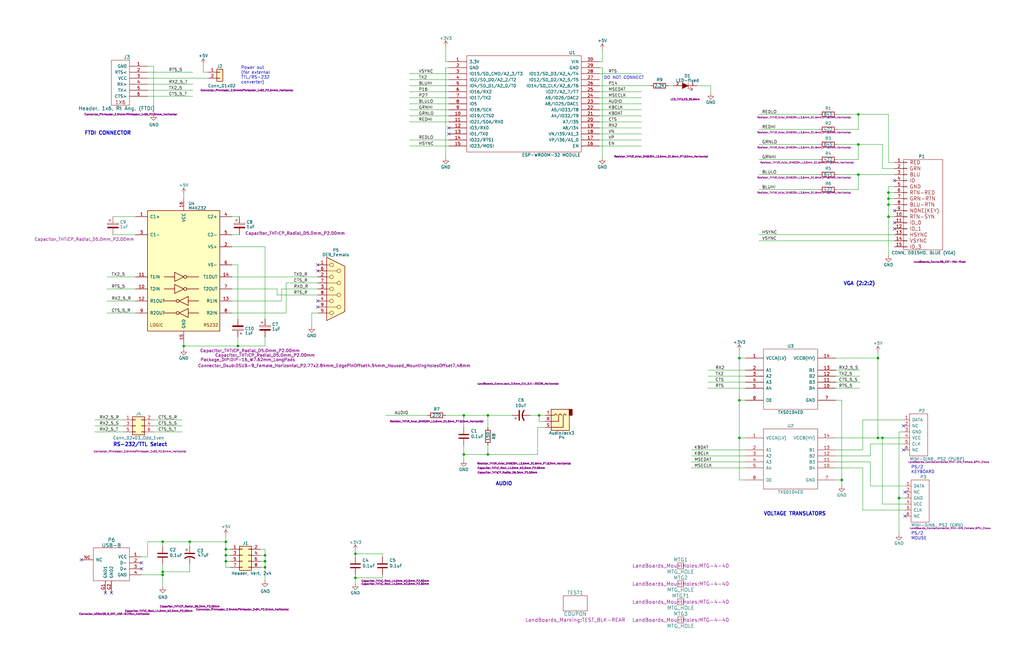
<source format=kicad_sch>
(kicad_sch (version 20230121) (generator eeschema)
  (paper "B")
  (title_block (title "ESP32-TERM") (date "2024-08-13") (rev "1") (company "land-boards.com"))
  (lib_symbols
    (symbol "Connector:DE9_Receptacle" (pin_names (offset 1.016) hide)
      (property "Reference" "J" (at 0 13.97 0))
      (property "Value" "DE9_Receptacle" (at 0 -14.605 0))
      (symbol "DE9_Receptacle_1_1"
        (pin passive line (at -7.62 10.16 0) (length 3.81) (name "1") (number "1"))
        (pin passive line (at -7.62 5.08 0) (length 3.81) (name "2") (number "2"))
        (pin passive line (at -7.62 0 0) (length 3.81) (name "3") (number "3"))
        (pin passive line (at -7.62 -5.08 0) (length 3.81) (name "4") (number "4"))
        (pin passive line (at -7.62 -10.16 0) (length 3.81) (name "5") (number "5"))
        (pin passive line (at -7.62 7.62 0) (length 3.81) (name "6") (number "6"))
        (pin passive line (at -7.62 2.54 0) (length 3.81) (name "7") (number "7"))
        (pin passive line (at -7.62 -2.54 0) (length 3.81) (name "8") (number "8"))
        (pin passive line (at -7.62 -7.62 0) (length 3.81) (name "9") (number "9"))
      )
    )
    (symbol "Connector_Audio:AudioJack3"
      (property "Reference" "J" (at 0 8.89 0))
      (property "Value" "AudioJack3" (at 0 6.35 0))
      (symbol "AudioJack3_1_1"
        (pin passive line (at 5.08 0 180) (length 2.54) (name "~") (number "R"))
        (pin passive line (at 5.08 2.54 180) (length 2.54) (name "~") (number "S"))
        (pin passive line (at 5.08 -2.54 180) (length 2.54) (name "~") (number "T"))
      )
    )
    (symbol "Connector_Generic:Conn_01x02" (pin_names (offset 1.016) hide)
      (property "Reference" "J" (at 0 2.54 0))
      (property "Value" "Conn_01x02" (at 0 -5.08 0))
      (symbol "Conn_01x02_1_1"
        (pin passive line (at -5.08 0 0) (length 3.81) (name "Pin_1") (number "1"))
        (pin passive line (at -5.08 -2.54 0) (length 3.81) (name "Pin_2") (number "2"))
      )
    )
    (symbol "Connector_Generic:Conn_02x03_Odd_Even" (pin_names (offset 1.016) hide)
      (property "Reference" "J" (at 1.27 5.08 0))
      (property "Value" "Conn_02x03_Odd_Even" (at 1.27 -5.08 0))
      (symbol "Conn_02x03_Odd_Even_1_1"
        (pin passive line (at -5.08 2.54 0) (length 3.81) (name "Pin_1") (number "1"))
        (pin passive line (at 7.62 2.54 180) (length 3.81) (name "Pin_2") (number "2"))
        (pin passive line (at -5.08 0 0) (length 3.81) (name "Pin_3") (number "3"))
        (pin passive line (at 7.62 0 180) (length 3.81) (name "Pin_4") (number "4"))
        (pin passive line (at -5.08 -2.54 0) (length 3.81) (name "Pin_5") (number "5"))
        (pin passive line (at 7.62 -2.54 180) (length 3.81) (name "Pin_6") (number "6"))
      )
    )
    (symbol "Connector_Generic:Conn_02x04_Odd_Even" (pin_names (offset 1.016) hide)
      (property "Reference" "J" (at 1.27 5.08 0))
      (property "Value" "Conn_02x04_Odd_Even" (at 1.27 -7.62 0))
      (symbol "Conn_02x04_Odd_Even_1_1"
        (pin passive line (at -5.08 2.54 0) (length 3.81) (name "Pin_1") (number "1"))
        (pin passive line (at 7.62 2.54 180) (length 3.81) (name "Pin_2") (number "2"))
        (pin passive line (at -5.08 0 0) (length 3.81) (name "Pin_3") (number "3"))
        (pin passive line (at 7.62 0 180) (length 3.81) (name "Pin_4") (number "4"))
        (pin passive line (at -5.08 -2.54 0) (length 3.81) (name "Pin_5") (number "5"))
        (pin passive line (at 7.62 -2.54 180) (length 3.81) (name "Pin_6") (number "6"))
        (pin passive line (at -5.08 -5.08 0) (length 3.81) (name "Pin_7") (number "7"))
        (pin passive line (at 7.62 -5.08 180) (length 3.81) (name "Pin_8") (number "8"))
      )
    )
    (symbol "Device:C" (pin_numbers hide) (pin_names (offset 0.254))
      (property "Reference" "C" (at 0.635 2.54 0))
      (property "Value" "C" (at 0.635 -2.54 0))
      (symbol "C_1_1"
        (pin passive line (at 0 3.81 270) (length 2.794) (name "~") (number "1"))
        (pin passive line (at 0 -3.81 90) (length 2.794) (name "~") (number "2"))
      )
    )
    (symbol "Device:CP1" (pin_numbers hide) (pin_names (offset 0.254) hide)
      (property "Reference" "C" (at 0.635 2.54 0))
      (property "Value" "Device_CP1" (at 0.635 -2.54 0))
      (symbol "CP1_1_1"
        (pin passive line (at 0 3.81 270) (length 2.794) (name "~") (number "1"))
        (pin passive line (at 0 -3.81 90) (length 3.302) (name "~") (number "2"))
      )
    )
    (symbol "Device:C_Polarized" (pin_numbers hide) (pin_names (offset 0.254))
      (property "Reference" "C" (at 0.635 2.54 0))
      (property "Value" "C_Polarized" (at 0.635 -2.54 0))
      (symbol "C_Polarized_1_1"
        (pin passive line (at 0 3.81 270) (length 2.794) (name "~") (number "1"))
        (pin passive line (at 0 -3.81 90) (length 2.794) (name "~") (number "2"))
      )
    )
    (symbol "Device:R" (pin_numbers hide) (pin_names (offset 0))
      (property "Reference" "R" (at 2.032 0 90))
      (property "Value" "R" (at 0 0 90))
      (symbol "R_1_1"
        (pin passive line (at 0 3.81 270) (length 1.27) (name "~") (number "1"))
        (pin passive line (at 0 -3.81 90) (length 1.27) (name "~") (number "2"))
      )
    )
    (symbol "ESP32-VGA-rescue:ESP32-ESP32-LandBoards_Semis" (pin_names (offset 1.016))
      (property "Reference" "U" (at 0 24.13 0))
      (property "Value" "ESP32-ESP32-LandBoards_Semis" (at 7.62 -24.13 0))
      (symbol "ESP32-ESP32-LandBoards_Semis_1_1"
        (pin power_in line (at 31.75 17.78 180) (length 7.62) (name "3.3V") (number "1"))
        (pin bidirectional line (at 31.75 -5.08 180) (length 7.62) (name "IO19/CTS0") (number "10"))
        (pin bidirectional line (at 31.75 -7.62 180) (length 7.62) (name "IO21/SDA/RX0") (number "11"))
        (pin input line (at 31.75 -10.16 180) (length 7.62) (name "IO3/RX0") (number "12"))
        (pin bidirectional line (at 31.75 -12.7 180) (length 7.62) (name "IO1/TX0") (number "13"))
        (pin input line (at 31.75 -15.24 180) (length 7.62) (name "IO22/RTS1") (number "14"))
        (pin bidirectional line (at 31.75 -17.78 180) (length 7.62) (name "IO23/MOSI") (number "15"))
        (pin input line (at -31.75 -17.78 0) (length 7.62) (name "EN") (number "16"))
        (pin input line (at -31.75 -15.24 0) (length 7.62) (name "VP/I36/A1_0") (number "17"))
        (pin input line (at -31.75 -12.7 0) (length 7.62) (name "VN/I39/A1_3") (number "18"))
        (pin input line (at -31.75 -10.16 0) (length 7.62) (name "A6/I34") (number "19"))
        (pin power_in line (at 31.75 15.24 180) (length 7.62) (name "GND") (number "2"))
        (pin input line (at -31.75 -7.62 0) (length 7.62) (name "A7/I35") (number "20"))
        (pin input line (at -31.75 -5.08 0) (length 7.62) (name "A4/IO32/T9") (number "21"))
        (pin input line (at -31.75 -2.54 0) (length 7.62) (name "A5/IO33/T8") (number "22"))
        (pin input line (at -31.75 0 0) (length 7.62) (name "A8/IO25/DAC1") (number "23"))
        (pin input line (at -31.75 2.54 0) (length 7.62) (name "A9/I026/DAC2") (number "24"))
        (pin bidirectional line (at -31.75 5.08 0) (length 7.62) (name "IO27/A2_7/T7") (number "25"))
        (pin bidirectional line (at -31.75 7.62 0) (length 7.62) (name "IO14/SD_CLK/A2_6/T6") (number "26"))
        (pin bidirectional line (at -31.75 10.16 0) (length 7.62) (name "IO12/SD_D2/A2_5/T5") (number "27"))
        (pin bidirectional line (at -31.75 12.7 0) (length 7.62) (name "IO13/SD_D3/A2_4/T4") (number "28"))
        (pin power_in line (at -31.75 15.24 0) (length 7.62) (name "GND") (number "29"))
        (pin bidirectional line (at 31.75 12.7 180) (length 7.62) (name "IO15/SD_CMD/A2_3/T3") (number "3"))
        (pin power_in line (at -31.75 17.78 0) (length 7.62) (name "VIN") (number "30"))
        (pin bidirectional line (at 31.75 10.16 180) (length 7.62) (name "IO2/SD_D0/A2_2/T2") (number "4"))
        (pin bidirectional line (at 31.75 7.62 180) (length 7.62) (name "IO4/SD_D1/A2_0/T0") (number "5"))
        (pin input line (at 31.75 5.08 180) (length 7.62) (name "IO16/RX2") (number "6"))
        (pin output line (at 31.75 2.54 180) (length 7.62) (name "IO17/TX2") (number "7"))
        (pin bidirectional line (at 31.75 0 180) (length 7.62) (name "IO5") (number "8"))
        (pin bidirectional line (at 31.75 -2.54 180) (length 7.62) (name "IO18/SCK") (number "9"))
      )
    )
    (symbol "Interface_UART:MAX232" (pin_names (offset 1.016))
      (property "Reference" "U" (at -2.54 28.575 0))
      (property "Value" "MAX232" (at -2.54 26.67 0))
      (symbol "MAX232_0_0"
        (text "LOGIC" (at -11.43 -22.86 0) (effects (font (size 1.27 1.27))))
        (text "RS232" (at 11.43 -22.86 0) (effects (font (size 1.27 1.27))))
      )
      (symbol "MAX232_1_1"
        (pin passive line (at -20.32 22.86 0) (length 5.08) (name "C1+") (number "1"))
        (pin input line (at -20.32 -7.62 0) (length 5.08) (name "T2IN") (number "10"))
        (pin input line (at -20.32 -2.54 0) (length 5.08) (name "T1IN") (number "11"))
        (pin output line (at -20.32 -12.7 0) (length 5.08) (name "R1OUT") (number "12"))
        (pin input line (at 20.32 -12.7 180) (length 5.08) (name "R1IN") (number "13"))
        (pin output line (at 20.32 -2.54 180) (length 5.08) (name "T1OUT") (number "14"))
        (pin power_in line (at 0 -30.48 90) (length 5.08) (name "GND") (number "15"))
        (pin power_in line (at 0 30.48 270) (length 5.08) (name "VCC") (number "16"))
        (pin power_out line (at 20.32 10.16 180) (length 5.08) (name "VS+") (number "2"))
        (pin passive line (at -20.32 15.24 0) (length 5.08) (name "C1-") (number "3"))
        (pin passive line (at 20.32 22.86 180) (length 5.08) (name "C2+") (number "4"))
        (pin passive line (at 20.32 15.24 180) (length 5.08) (name "C2-") (number "5"))
        (pin power_out line (at 20.32 2.54 180) (length 5.08) (name "VS-") (number "6"))
        (pin output line (at 20.32 -7.62 180) (length 5.08) (name "T2OUT") (number "7"))
        (pin input line (at 20.32 -17.78 180) (length 5.08) (name "R2IN") (number "8"))
        (pin output line (at -20.32 -17.78 0) (length 5.08) (name "R2OUT") (number "9"))
      )
    )
    (symbol "LandBoards:COUPON" (pin_names (offset 1.016))
      (property "Reference" "COUP?" (at 0 0 0))
      (property "Value" "COUPON" (at 0 0 0))
    )
    (symbol "LandBoards:MTG_HOLE" (pin_names (offset 1.016))
      (property "Reference" "MTG?" (at 0 2.54 0))
      (property "Value" "MTG_HOLE" (at 0 -2.54 0))
    )
    (symbol "LandBoards_Cards:FTDI-Slave" (pin_names (offset 1.016))
      (property "Reference" "BRD" (at 0 10.16 0))
      (property "Value" "FTDI-Slave" (at 0 -11.43 0))
      (symbol "FTDI-Slave_0_0"
        (text "1X6" (at 0 -8.89 0) (effects (font (size 1.524 1.524))))
      )
      (symbol "FTDI-Slave_1_1"
        (pin power_out line (at -11.43 6.35 0) (length 7.62) (name "GND") (number "1"))
        (pin input line (at -11.43 3.81 0) (length 7.62) (name "RTS<") (number "2"))
        (pin power_out line (at -11.43 1.27 0) (length 7.62) (name "VCC") (number "3"))
        (pin output line (at -11.43 -1.27 0) (length 7.62) (name "RX>") (number "4"))
        (pin input line (at -11.43 -3.81 0) (length 7.62) (name "TX<") (number "5"))
        (pin output line (at -11.43 -6.35 0) (length 7.62) (name "CTS>") (number "6"))
      )
    )
    (symbol "LandBoards_Conns:PS2_DIN6" (pin_names (offset 1.016))
      (property "Reference" "J" (at -1.27 10.16 0))
      (property "Value" "PS2_DIN6" (at -1.27 -10.16 0))
      (symbol "PS2_DIN6_1_1"
        (pin input line (at -6.35 6.35 0) (length 2.54) (name "DATA") (number "1"))
        (pin input line (at -6.35 3.81 0) (length 2.54) (name "NC") (number "2"))
        (pin input line (at -6.35 1.27 0) (length 2.54) (name "GND") (number "3"))
        (pin input line (at -6.35 -1.27 0) (length 2.54) (name "VCC") (number "4"))
        (pin input line (at -6.35 -3.81 0) (length 2.54) (name "CLK") (number "5"))
        (pin input line (at -6.35 -6.35 0) (length 2.54) (name "NC") (number "6"))
      )
    )
    (symbol "LandBoards_Conns:USB-B" (pin_names (offset 1.016))
      (property "Reference" "J" (at 2.54 19.05 0))
      (property "Value" "USB-B" (at 5.08 2.54 0))
      (symbol "USB-B_1_1"
        (pin power_out line (at 11.43 13.97 180) (length 5.08) (name "VCC") (number "1"))
        (pin bidirectional line (at 11.43 11.43 180) (length 5.08) (name "D-") (number "2"))
        (pin bidirectional line (at 11.43 8.89 180) (length 5.08) (name "D+") (number "3"))
        (pin power_out line (at 11.43 6.35 180) (length 5.08) (name "GND") (number "4"))
        (pin passive line (at -3.81 -1.27 90) (length 5.08) (name "GND1") (number "G1"))
        (pin passive line (at -1.27 -1.27 90) (length 5.08) (name "GND2") (number "G2"))
        (pin power_in line (at -13.97 12.7 0) (length 5.08) (name "NC") (number "NC"))
      )
    )
    (symbol "LandBoards_Conns:VGA" (pin_names (offset 1.016) hide)
      (property "Reference" "P" (at -6.35 20.32 0))
      (property "Value" "VGA" (at -1.27 -20.32 0))
      (symbol "VGA_0_0"
        (text "BLU" (at -5.08 12.7 0) (effects (font (size 1.524 1.524)) (justify left)))
        (text "BLU-RTN" (at -5.08 0 0) (effects (font (size 1.524 1.524)) (justify left)))
        (text "GND" (at -5.08 7.62 0) (effects (font (size 1.524 1.524)) (justify left)))
        (text "GRN" (at -5.08 15.24 0) (effects (font (size 1.524 1.524)) (justify left)))
        (text "GRN-RTN" (at -5.08 2.54 0) (effects (font (size 1.524 1.524)) (justify left)))
        (text "HSYNC" (at -5.08 -12.7 0) (effects (font (size 1.524 1.524)) (justify left)))
        (text "ID" (at -5.08 10.16 0) (effects (font (size 1.524 1.524)) (justify left)))
        (text "ID_0" (at -5.08 -7.62 0) (effects (font (size 1.524 1.524)) (justify left)))
        (text "ID_1" (at -5.08 -10.16 0) (effects (font (size 1.524 1.524)) (justify left)))
        (text "ID_3" (at -5.08 -17.78 0) (effects (font (size 1.524 1.524)) (justify left)))
        (text "NONE(KEY)" (at -5.08 -2.54 0) (effects (font (size 1.524 1.524)) (justify left)))
        (text "RED" (at -5.08 17.78 0) (effects (font (size 1.524 1.524)) (justify left)))
        (text "RTN-RED" (at -5.08 5.08 0) (effects (font (size 1.524 1.524)) (justify left)))
        (text "RTN-SYN" (at -5.08 -5.08 0) (effects (font (size 1.524 1.524)) (justify left)))
        (text "VSYNC" (at -5.08 -15.24 0) (effects (font (size 1.524 1.524)) (justify left)))
      )
      (symbol "VGA_1_1"
        (pin passive line (at -11.43 17.78 0) (length 3.81) (name "P1") (number "1"))
        (pin passive line (at -11.43 -5.08 0) (length 3.81) (name "P10") (number "10"))
        (pin passive line (at -11.43 -7.62 0) (length 3.81) (name "P11") (number "11"))
        (pin passive line (at -11.43 -10.16 0) (length 3.81) (name "P12") (number "12"))
        (pin passive line (at -11.43 -12.7 0) (length 3.81) (name "P13") (number "13"))
        (pin passive line (at -11.43 -15.24 0) (length 3.81) (name "P14") (number "14"))
        (pin passive line (at -11.43 -17.78 0) (length 3.81) (name "P15") (number "15"))
        (pin passive line (at -11.43 15.24 0) (length 3.81) (name "P2") (number "2"))
        (pin passive line (at -11.43 12.7 0) (length 3.81) (name "P3") (number "3"))
        (pin passive line (at -11.43 10.16 0) (length 3.81) (name "P4") (number "4"))
        (pin passive line (at -11.43 7.62 0) (length 3.81) (name "P5") (number "5"))
        (pin passive line (at -11.43 5.08 0) (length 3.81) (name "P6") (number "6"))
        (pin passive line (at -11.43 2.54 0) (length 3.81) (name "P7") (number "7"))
        (pin passive line (at -11.43 0 0) (length 3.81) (name "P8") (number "8"))
        (pin passive line (at -11.43 -2.54 0) (length 3.81) (name "P9") (number "9"))
      )
    )
    (symbol "LandBoards_Semis:LED-fixed" (pin_names (offset 1.016) hide)
      (property "Reference" "D" (at 0 2.54 0))
      (property "Value" "LED-fixed" (at 0 -2.54 0))
      (symbol "LED-fixed_1_1"
        (pin passive line (at 5.08 0 180) (length 3.81) (name "K") (number "1"))
        (pin passive line (at -5.08 0 0) (length 3.81) (name "A") (number "2"))
      )
    )
    (symbol "LandBoards_Semis:TXS0104" (pin_names (offset 1.016))
      (property "Reference" "U" (at -2.54 13.97 0))
      (property "Value" "TXS0104" (at -1.27 -13.97 0))
      (symbol "TXS0104_1_1"
        (pin passive line (at -19.05 8.89 0) (length 7.62) (name "VCCA(LV)") (number "1"))
        (pin bidirectional line (at 19.05 -3.81 180) (length 7.62) (name "B4") (number "10"))
        (pin bidirectional line (at 19.05 -1.27 180) (length 7.62) (name "B3") (number "11"))
        (pin bidirectional line (at 19.05 1.27 180) (length 7.62) (name "B2") (number "12"))
        (pin bidirectional line (at 19.05 3.81 180) (length 7.62) (name "B1") (number "13"))
        (pin passive line (at 19.05 8.89 180) (length 7.62) (name "VCCB(HV)") (number "14"))
        (pin bidirectional line (at -19.05 3.81 0) (length 7.62) (name "A1") (number "2"))
        (pin bidirectional line (at -19.05 1.27 0) (length 7.62) (name "A2") (number "3"))
        (pin bidirectional line (at -19.05 -1.27 0) (length 7.62) (name "A3") (number "4"))
        (pin bidirectional line (at -19.05 -3.81 0) (length 7.62) (name "A4") (number "5"))
        (pin passive line (at 19.05 -8.89 180) (length 7.62) (name "GND") (number "7"))
        (pin input line (at -19.05 -8.89 0) (length 7.62) (name "OE") (number "8"))
      )
    )
    (symbol "power:+3.3V" (power) (pin_names (offset 0))
      (property "Value" "+3.3V" (at 0 3.556 0))
      (symbol "+3.3V_1_1"
        (pin power_in line (at 0 0 90) (length 0) hide (name "+3V3") (number "1"))
      )
    )
    (symbol "power:+5V" (power) (pin_names (offset 0))
      (property "Value" "+5V" (at 0 3.556 0))
      (symbol "+5V_1_1"
        (pin power_in line (at 0 0 90) (length 0) hide (name "+5V") (number "1"))
      )
    )
    (symbol "power:GND" (power) (pin_names (offset 0))
      (property "Value" "GND" (at 0 -3.81 0))
      (symbol "GND_1_1"
        (pin power_in line (at 0 0 270) (length 0) hide (name "GND") (number "1"))
      )
    )
  )
  (junction (at 80.01 228.6))
  (junction (at 227.33 175.26))
  (junction (at 95.25 236.855))
  (junction (at 100.33 146.05))
  (junction (at 374.65 83.82))
  (junction (at 195.58 191.77))
  (junction (at 370.205 184.785))
  (junction (at 111.76 234.315))
  (junction (at 111.76 239.395))
  (junction (at 149.86 243.84))
  (junction (at 361.95 60.96))
  (junction (at 370.205 151.13))
  (junction (at 311.785 168.91))
  (junction (at 149.86 233.68))
  (junction (at 205.74 191.77))
  (junction (at 68.58 228.6))
  (junction (at 374.65 81.28))
  (junction (at 311.785 151.13))
  (junction (at 95.25 234.315))
  (junction (at 77.47 146.05))
  (junction (at 374.65 86.36))
  (junction (at 111.76 236.855))
  (junction (at 68.58 242.57))
  (junction (at 95.25 228.6))
  (junction (at 361.95 48.26))
  (junction (at 372.11 184.785))
  (junction (at 379.095 210.185))
  (junction (at 205.74 175.26))
  (junction (at 95.25 231.775))
  (junction (at 361.95 73.66))
  (junction (at 195.58 175.26))
  (junction (at 311.785 184.785))
  (junction (at 354.965 202.565))
  (junction (at 68.58 241.3))
  (junction (at 374.65 91.44))
  (no_connect (at 377.19 76.2))
  (no_connect (at 381.635 217.805))
  (no_connect (at 133.985 114.3))
  (no_connect (at 377.19 96.52))
  (no_connect (at 59.69 240.03))
  (no_connect (at 46.99 250.19))
  (no_connect (at 381 189.865))
  (no_connect (at 189.23 56.515))
  (no_connect (at 133.985 111.76))
  (no_connect (at 133.985 127))
  (no_connect (at 189.23 53.975))
  (no_connect (at 381 179.705))
  (no_connect (at 377.19 93.98))
  (no_connect (at 44.45 250.19))
  (no_connect (at 59.69 237.49))
  (no_connect (at 381.635 207.645))
  (no_connect (at 34.29 236.22))
  (no_connect (at 377.19 88.9))
  (no_connect (at 133.985 129.54))
  (wire (pts (xy 363.855 177.165) (xy 381 177.165)))
  (wire (pts (xy 68.58 228.6) (xy 80.01 228.6)))
  (wire (pts (xy 352.425 184.785) (xy 370.205 184.785)))
  (wire (pts (xy 97.79 99.06) (xy 100.965 99.06)))
  (wire (pts (xy 352.425 192.405) (xy 367.03 192.405)))
  (wire (pts (xy 353.06 54.61) (xy 361.95 54.61)))
  (wire (pts (xy 62.23 234.95) (xy 62.23 228.6)))
  (wire (pts (xy 374.65 83.82) (xy 377.19 83.82)))
  (wire (pts (xy 361.95 73.66) (xy 361.95 80.01)))
  (wire (pts (xy 109.855 236.855) (xy 111.76 236.855)))
  (wire (pts (xy 227.33 175.26) (xy 229.87 175.26)))
  (wire (pts (xy 311.785 151.13) (xy 311.785 147.955)))
  (wire (pts (xy 111.76 104.14) (xy 111.76 134.62)))
  (wire (pts (xy 353.06 80.01) (xy 361.95 80.01)))
  (wire (pts (xy 229.87 177.8) (xy 227.33 177.8)))
  (wire (pts (xy 109.855 231.775) (xy 111.76 231.775)))
  (wire (pts (xy 298.45 158.75) (xy 314.325 158.75)))
  (wire (pts (xy 172.72 48.895) (xy 189.23 48.895)))
  (wire (pts (xy 353.06 48.26) (xy 361.95 48.26)))
  (wire (pts (xy 353.06 67.31) (xy 361.95 67.31)))
  (wire (pts (xy 116.84 124.46) (xy 116.84 121.92)))
  (wire (pts (xy 372.11 212.725) (xy 372.11 184.785)))
  (wire (pts (xy 62.23 228.6) (xy 68.58 228.6)))
  (wire (pts (xy 120.65 119.38) (xy 120.65 132.08)))
  (wire (pts (xy 62.23 40.64) (xy 81.28 40.64)))
  (wire (pts (xy 40.005 177.165) (xy 52.07 177.165)))
  (wire (pts (xy 62.23 27.94) (xy 64.77 27.94)))
  (wire (pts (xy 314.325 163.83) (xy 298.45 163.83)))
  (wire (pts (xy 161.29 242.57) (xy 161.29 243.84)))
  (wire (pts (xy 172.72 38.735) (xy 189.23 38.735)))
  (wire (pts (xy 187.96 28.575) (xy 187.96 66.675)))
  (wire (pts (xy 377.19 78.74) (xy 374.65 78.74)))
  (wire (pts (xy 352.425 161.29) (xy 362.585 161.29)))
  (wire (pts (xy 189.23 26.035) (xy 187.96 26.035)))
  (wire (pts (xy 205.74 191.77) (xy 226.695 191.77)))
  (wire (pts (xy 361.95 73.66) (xy 377.19 73.66)))
  (wire (pts (xy 381.635 212.725) (xy 372.11 212.725)))
  (wire (pts (xy 352.425 197.485) (xy 363.855 197.485)))
  (wire (pts (xy 379.095 210.185) (xy 379.095 225.425)))
  (wire (pts (xy 205.74 175.26) (xy 215.9 175.26)))
  (wire (pts (xy 205.74 191.77) (xy 205.74 187.96)))
  (wire (pts (xy 149.86 233.68) (xy 149.86 234.95)))
  (wire (pts (xy 68.58 241.3) (xy 68.58 242.57)))
  (wire (pts (xy 299.72 36.195) (xy 299.72 39.37)))
  (wire (pts (xy 172.72 61.595) (xy 189.23 61.595)))
  (wire (pts (xy 314.325 184.785) (xy 311.785 184.785)))
  (wire (pts (xy 254 28.575) (xy 252.73 28.575)))
  (wire (pts (xy 80.01 228.6) (xy 80.01 230.505)))
  (wire (pts (xy 47.625 99.06) (xy 57.15 99.06)))
  (wire (pts (xy 370.205 151.13) (xy 370.205 148.59)))
  (wire (pts (xy 353.06 60.96) (xy 361.95 60.96)))
  (wire (pts (xy 374.65 81.28) (xy 374.65 83.82)))
  (wire (pts (xy 374.65 83.82) (xy 374.65 86.36)))
  (wire (pts (xy 45.085 116.84) (xy 57.15 116.84)))
  (wire (pts (xy 377.19 71.12) (xy 372.11 71.12)))
  (wire (pts (xy 274.32 36.195) (xy 252.73 36.195)))
  (wire (pts (xy 345.44 80.01) (xy 320.04 80.01)))
  (wire (pts (xy 172.72 46.355) (xy 189.23 46.355)))
  (wire (pts (xy 367.03 205.105) (xy 381.635 205.105)))
  (wire (pts (xy 374.65 78.74) (xy 374.65 81.28)))
  (wire (pts (xy 77.47 81.915) (xy 77.47 83.82)))
  (wire (pts (xy 311.785 184.785) (xy 311.785 168.91)))
  (wire (pts (xy 111.76 239.395) (xy 111.76 245.11)))
  (wire (pts (xy 116.84 121.92) (xy 97.79 121.92)))
  (wire (pts (xy 85.725 30.48) (xy 87.63 30.48)))
  (wire (pts (xy 372.11 60.96) (xy 361.95 60.96)))
  (wire (pts (xy 111.76 146.05) (xy 111.76 142.24)))
  (wire (pts (xy 367.03 194.945) (xy 367.03 205.105)))
  (wire (pts (xy 95.25 239.395) (xy 97.155 239.395)))
  (wire (pts (xy 45.085 132.08) (xy 57.15 132.08)))
  (wire (pts (xy 95.25 234.315) (xy 97.155 234.315)))
  (wire (pts (xy 149.86 243.84) (xy 149.86 246.38)))
  (wire (pts (xy 363.855 189.865) (xy 363.855 177.165)))
  (wire (pts (xy 68.58 241.3) (xy 80.01 241.3)))
  (wire (pts (xy 298.45 156.21) (xy 314.325 156.21)))
  (wire (pts (xy 95.25 234.315) (xy 95.25 236.855)))
  (wire (pts (xy 149.86 232.41) (xy 149.86 233.68)))
  (wire (pts (xy 270.51 31.115) (xy 252.73 31.115)))
  (wire (pts (xy 64.77 182.245) (xy 76.835 182.245)))
  (wire (pts (xy 363.855 197.485) (xy 363.855 215.265)))
  (wire (pts (xy 64.77 177.165) (xy 76.835 177.165)))
  (wire (pts (xy 254 66.675) (xy 254 28.575)))
  (wire (pts (xy 370.205 184.785) (xy 372.11 184.785)))
  (wire (pts (xy 270.51 51.435) (xy 252.73 51.435)))
  (wire (pts (xy 172.72 33.655) (xy 189.23 33.655)))
  (wire (pts (xy 252.73 26.035) (xy 254 26.035)))
  (wire (pts (xy 68.58 238.125) (xy 68.58 241.3)))
  (wire (pts (xy 189.23 28.575) (xy 187.96 28.575)))
  (wire (pts (xy 111.76 234.315) (xy 111.76 236.855)))
  (wire (pts (xy 172.72 41.275) (xy 189.23 41.275)))
  (wire (pts (xy 133.985 132.08) (xy 131.445 132.08)))
  (wire (pts (xy 95.25 236.855) (xy 97.155 236.855)))
  (wire (pts (xy 363.855 215.265) (xy 381.635 215.265)))
  (wire (pts (xy 45.085 127) (xy 57.15 127)))
  (wire (pts (xy 187.96 26.035) (xy 187.96 19.685)))
  (wire (pts (xy 85.725 27.305) (xy 85.725 30.48)))
  (wire (pts (xy 354.965 202.565) (xy 354.965 168.91)))
  (wire (pts (xy 345.44 67.31) (xy 320.04 67.31)))
  (wire (pts (xy 377.19 101.6) (xy 320.04 101.6)))
  (wire (pts (xy 195.58 175.26) (xy 205.74 175.26)))
  (wire (pts (xy 195.58 180.34) (xy 195.58 175.26)))
  (wire (pts (xy 367.03 192.405) (xy 367.03 187.325)))
  (wire (pts (xy 40.005 179.705) (xy 52.07 179.705)))
  (wire (pts (xy 345.44 60.96) (xy 320.04 60.96)))
  (wire (pts (xy 97.79 104.14) (xy 111.76 104.14)))
  (wire (pts (xy 100.33 146.05) (xy 111.76 146.05)))
  (wire (pts (xy 314.325 194.945) (xy 291.465 194.945)))
  (wire (pts (xy 227.33 177.8) (xy 227.33 175.26)))
  (wire (pts (xy 62.23 35.56) (xy 81.28 35.56)))
  (wire (pts (xy 374.65 48.26) (xy 374.65 68.58)))
  (wire (pts (xy 64.77 27.94) (xy 64.77 48.26)))
  (wire (pts (xy 109.855 239.395) (xy 111.76 239.395)))
  (wire (pts (xy 352.425 163.83) (xy 362.585 163.83)))
  (wire (pts (xy 345.44 73.66) (xy 320.04 73.66)))
  (wire (pts (xy 311.785 151.13) (xy 314.325 151.13)))
  (wire (pts (xy 294.005 36.195) (xy 299.72 36.195)))
  (wire (pts (xy 45.085 121.92) (xy 57.15 121.92)))
  (wire (pts (xy 59.69 234.95) (xy 62.23 234.95)))
  (wire (pts (xy 118.745 121.92) (xy 118.745 127)))
  (wire (pts (xy 95.25 226.06) (xy 95.25 228.6)))
  (wire (pts (xy 172.72 59.055) (xy 189.23 59.055)))
  (wire (pts (xy 354.965 202.565) (xy 354.965 205.105)))
  (wire (pts (xy 172.72 36.195) (xy 189.23 36.195)))
  (wire (pts (xy 172.72 43.815) (xy 189.23 43.815)))
  (wire (pts (xy 374.65 86.36) (xy 377.19 86.36)))
  (wire (pts (xy 381 182.245) (xy 379.095 182.245)))
  (wire (pts (xy 229.87 180.34) (xy 226.695 180.34)))
  (wire (pts (xy 62.23 30.48) (xy 81.28 30.48)))
  (wire (pts (xy 95.25 231.775) (xy 95.25 234.315)))
  (wire (pts (xy 254 20.955) (xy 254 26.035)))
  (wire (pts (xy 80.01 228.6) (xy 95.25 228.6)))
  (wire (pts (xy 270.51 43.815) (xy 252.73 43.815)))
  (wire (pts (xy 77.47 144.78) (xy 77.47 146.05)))
  (wire (pts (xy 311.785 202.565) (xy 314.325 202.565)))
  (wire (pts (xy 131.445 132.08) (xy 131.445 137.795)))
  (wire (pts (xy 345.44 48.26) (xy 320.04 48.26)))
  (wire (pts (xy 354.965 168.91) (xy 352.425 168.91)))
  (wire (pts (xy 195.58 187.96) (xy 195.58 191.77)))
  (wire (pts (xy 100.33 142.24) (xy 100.33 146.05)))
  (wire (pts (xy 59.69 242.57) (xy 68.58 242.57)))
  (wire (pts (xy 372.11 184.785) (xy 381 184.785)))
  (wire (pts (xy 311.785 202.565) (xy 311.785 184.785)))
  (wire (pts (xy 314.325 197.485) (xy 291.465 197.485)))
  (wire (pts (xy 68.58 228.6) (xy 68.58 230.505)))
  (wire (pts (xy 353.06 73.66) (xy 361.95 73.66)))
  (wire (pts (xy 374.65 86.36) (xy 374.65 91.44)))
  (wire (pts (xy 68.58 242.57) (xy 68.58 247.65)))
  (wire (pts (xy 47.625 91.44) (xy 57.15 91.44)))
  (wire (pts (xy 311.785 168.91) (xy 311.785 151.13)))
  (wire (pts (xy 370.205 184.785) (xy 370.205 151.13)))
  (wire (pts (xy 311.785 168.91) (xy 314.325 168.91)))
  (wire (pts (xy 111.76 236.855) (xy 111.76 239.395)))
  (wire (pts (xy 62.23 38.1) (xy 81.28 38.1)))
  (wire (pts (xy 314.325 161.29) (xy 298.45 161.29)))
  (wire (pts (xy 352.425 151.13) (xy 370.205 151.13)))
  (wire (pts (xy 195.58 191.77) (xy 195.58 194.31)))
  (wire (pts (xy 352.425 158.75) (xy 362.585 158.75)))
  (wire (pts (xy 270.51 61.595) (xy 252.73 61.595)))
  (wire (pts (xy 180.34 175.26) (xy 162.56 175.26)))
  (wire (pts (xy 161.29 234.95) (xy 161.29 233.68)))
  (wire (pts (xy 226.695 180.34) (xy 226.695 191.77)))
  (wire (pts (xy 374.65 91.44) (xy 374.65 107.95)))
  (wire (pts (xy 283.845 36.195) (xy 281.94 36.195)))
  (wire (pts (xy 377.19 99.06) (xy 320.04 99.06)))
  (wire (pts (xy 120.65 132.08) (xy 97.79 132.08)))
  (wire (pts (xy 361.95 60.96) (xy 361.95 67.31)))
  (wire (pts (xy 149.86 233.68) (xy 161.29 233.68)))
  (wire (pts (xy 97.79 116.84) (xy 133.985 116.84)))
  (wire (pts (xy 100.33 134.62) (xy 100.33 111.76)))
  (wire (pts (xy 352.425 202.565) (xy 354.965 202.565)))
  (wire (pts (xy 97.79 111.76) (xy 100.33 111.76)))
  (wire (pts (xy 252.73 56.515) (xy 270.51 56.515)))
  (wire (pts (xy 377.19 68.58) (xy 374.65 68.58)))
  (wire (pts (xy 270.51 46.355) (xy 252.73 46.355)))
  (wire (pts (xy 111.76 231.775) (xy 111.76 234.315)))
  (wire (pts (xy 149.86 242.57) (xy 149.86 243.84)))
  (wire (pts (xy 205.74 175.26) (xy 205.74 180.34)))
  (wire (pts (xy 374.65 81.28) (xy 377.19 81.28)))
  (wire (pts (xy 97.79 91.44) (xy 100.965 91.44)))
  (wire (pts (xy 372.11 60.96) (xy 372.11 71.12)))
  (wire (pts (xy 64.77 179.705) (xy 76.835 179.705)))
  (wire (pts (xy 345.44 54.61) (xy 320.04 54.61)))
  (wire (pts (xy 133.985 119.38) (xy 120.65 119.38)))
  (wire (pts (xy 77.47 146.05) (xy 100.33 146.05)))
  (wire (pts (xy 379.095 182.245) (xy 379.095 210.185)))
  (wire (pts (xy 133.985 121.92) (xy 118.745 121.92)))
  (wire (pts (xy 352.425 194.945) (xy 367.03 194.945)))
  (wire (pts (xy 40.005 182.245) (xy 52.07 182.245)))
  (wire (pts (xy 352.425 156.21) (xy 362.585 156.21)))
  (wire (pts (xy 352.425 189.865) (xy 363.855 189.865)))
  (wire (pts (xy 374.65 48.26) (xy 361.95 48.26)))
  (wire (pts (xy 270.51 53.975) (xy 252.73 53.975)))
  (wire (pts (xy 172.72 31.115) (xy 189.23 31.115)))
  (wire (pts (xy 270.51 48.895) (xy 252.73 48.895)))
  (wire (pts (xy 95.25 236.855) (xy 95.25 239.395)))
  (wire (pts (xy 133.985 124.46) (xy 116.84 124.46)))
  (wire (pts (xy 252.73 59.055) (xy 270.51 59.055)))
  (wire (pts (xy 149.86 243.84) (xy 161.29 243.84)))
  (wire (pts (xy 379.095 210.185) (xy 381.635 210.185)))
  (wire (pts (xy 374.65 91.44) (xy 377.19 91.44)))
  (wire (pts (xy 314.325 192.405) (xy 291.465 192.405)))
  (wire (pts (xy 77.47 146.05) (xy 77.47 147.32)))
  (wire (pts (xy 367.03 187.325) (xy 381 187.325)))
  (wire (pts (xy 270.51 41.275) (xy 252.73 41.275)))
  (wire (pts (xy 62.23 33.02) (xy 87.63 33.02)))
  (wire (pts (xy 291.465 189.865) (xy 314.325 189.865)))
  (wire (pts (xy 109.855 234.315) (xy 111.76 234.315)))
  (wire (pts (xy 270.51 38.735) (xy 252.73 38.735)))
  (wire (pts (xy 95.25 231.775) (xy 97.155 231.775)))
  (wire (pts (xy 172.72 51.435) (xy 189.23 51.435)))
  (wire (pts (xy 195.58 191.77) (xy 205.74 191.77)))
  (wire (pts (xy 361.95 48.26) (xy 361.95 54.61)))
  (wire (pts (xy 118.745 127) (xy 97.79 127)))
  (wire (pts (xy 95.25 228.6) (xy 95.25 231.775)))
  (wire (pts (xy 80.01 238.125) (xy 80.01 241.3)))
  (wire (pts (xy 187.96 175.26) (xy 195.58 175.26)))
  (wire (pts (xy 223.52 175.26) (xy 227.33 175.26)))
  (text "VOLTAGE TRANSLATORS" (at 321.945 217.805 0) (effects (font (size 1.524 1.524) (thickness 0.3048) bold) (justify left bottom)))
  (text "AUDIO" (at 208.915 205.105 0) (effects (font (size 1.524 1.524) (thickness 0.3048) bold) (justify left bottom)))
  (text "Power out\n(for external\nTTL/RS-232\nconverter)" (at 101.6 35.56 0) (effects (font (size 1.27 1.27)) (justify left bottom)))
  (text "PS/2\nKEYBOARD" (at 384.175 200.025 0) (effects (font (size 1.27 1.27)) (justify left bottom)))
  (text "DO NOT CONNECT" (at 254.635 33.655 0) (effects (font (size 1.27 1.27)) (justify left bottom)))
  (text "VGA (2:2:2)" (at 355.6 120.65 0) (effects (font (size 1.524 1.524) (thickness 0.3048) bold) (justify left bottom)))
  (text "PS/2\nMOUSE" (at 384.175 227.965 0) (effects (font (size 1.27 1.27)) (justify left bottom)))
  (text "FTDI CONNECTOR" (at 35.56 57.15 0) (effects (font (size 1.524 1.524) (thickness 0.3048) bold) (justify left bottom)))
  (text "RS-232/TTL Select" (at 47.625 188.595 0) (effects (font (size 1.524 1.524) (thickness 0.3048) bold) (justify left bottom)))
  (label "REDHI" (at 176.53 51.435 0))
  (label "MSECLK" (at 256.54 41.275 0))
  (label "CTS_5_S" (at 66.675 179.705 0))
  (label "CTS_5_S" (at 353.695 161.29 0))
  (label "RTS_5" (at 71.12 30.48 0))
  (label "TX2_5" (at 353.695 158.75 0))
  (label "BLUHI" (at 321.31 80.01 0))
  (label "KBCLK" (at 292.735 192.405 0))
  (label "TX2" (at 176.53 33.655 0))
  (label "REDHI" (at 321.31 54.61 0))
  (label "RX2_5_T" (at 41.91 182.245 0))
  (label "AUDIO" (at 256.54 43.815 0))
  (label "MSECLK" (at 292.735 197.485 0))
  (label "GRNHI" (at 176.53 46.355 0))
  (label "P27" (at 176.53 41.275 0))
  (label "VP" (at 256.54 59.055 0))
  (label "RX2_5_R" (at 41.91 177.165 0))
  (label "HSYNC" (at 321.31 99.06 0))
  (label "RX2" (at 256.54 53.975 0))
  (label "TX2_5" (at 71.12 38.1 0))
  (label "P16" (at 176.53 38.735 0))
  (label "REDLO" (at 321.31 48.26 0))
  (label "CTS" (at 256.54 51.435 0))
  (label "GRNLO" (at 321.31 60.96 0))
  (label "TX2" (at 301.625 158.75 0))
  (label "RX2_5_T" (at 71.12 35.56 0))
  (label "BLUHI" (at 176.53 36.195 0))
  (label "TXD_R" (at 123.825 116.84 0))
  (label "BLULO" (at 176.53 43.815 0))
  (label "CTS_5_T" (at 66.675 182.245 0))
  (label "RTS_5" (at 46.99 121.92 0))
  (label "EN" (at 256.54 61.595 0))
  (label "VSYNC" (at 321.31 101.6 0))
  (label "RTS_R" (at 123.825 124.46 0))
  (label "RX2" (at 301.625 156.21 0))
  (label "CTS_5_T" (at 71.12 40.64 0))
  (label "HSYNC" (at 176.53 61.595 0))
  (label "MSEDAT" (at 292.735 194.945 0))
  (label "GRNHI" (at 321.31 67.31 0))
  (label "CTS" (at 301.625 161.29 0))
  (label "RX2_5_S" (at 353.695 156.21 0))
  (label "RTS" (at 301.625 163.83 0))
  (label "BLULO" (at 321.31 73.66 0))
  (label "MSEDAT" (at 256.54 38.735 0))
  (label "AUDIO" (at 166.37 175.26 0))
  (label "VN" (at 256.54 56.515 0))
  (label "RXD_R" (at 123.825 121.92 0))
  (label "RTS_5" (at 353.695 163.83 0))
  (label "KBDAT" (at 256.54 48.895 0))
  (label "RTS" (at 256.54 31.115 0))
  (label "RX2_5_R" (at 46.99 127 0))
  (label "REDLO" (at 176.53 59.055 0))
  (label "TX2_5" (at 46.99 116.84 0))
  (label "RX2_5_S" (at 41.91 179.705 0))
  (label "KBDAT" (at 292.735 189.865 0))
  (label "GRNLO" (at 176.53 48.895 0))
  (label "VSYNC" (at 176.53 31.115 0))
  (label "CTS_5_R" (at 66.675 177.165 0))
  (label "CTS_R" (at 123.825 119.38 0))
  (label "CTS_5_R" (at 46.99 132.08 0))
  (label "KBCLK" (at 256.54 46.355 0))
  (label "P14" (at 256.54 36.195 0))
  (symbol (lib_id "LandBoards:MTG_HOLE") (at 287.02 254 0) (unit 1)
    (property "Reference" "MTG?1" (at 287.02 251.46 0) (effects (font (size 1.524 1.524))))
    (property "Value" "MTG_HOLE" (at 287.02 256.54 0) (effects (font (size 1.524 1.524))))
    (property "Footprint" "LandBoards_MountHoles:MTG-4-40" (at 287.02 254 0) (effects (font (size 1.524 1.524))))
  )
  (symbol (lib_id "LandBoards:MTG_HOLE") (at 287.02 246.38 0) (unit 1)
    (property "Reference" "MTG2" (at 287.02 243.84 0) (effects (font (size 1.524 1.524))))
    (property "Value" "MTG_HOLE" (at 287.02 248.92 0) (effects (font (size 1.524 1.524))))
    (property "Footprint" "LandBoards_MountHoles:MTG-4-40" (at 287.02 246.38 0) (effects (font (size 1.524 1.524))))
  )
  (symbol (lib_id "LandBoards:MTG_HOLE") (at 287.02 261.62 0) (unit 1)
    (property "Reference" "MTG3" (at 287.02 259.08 0) (effects (font (size 1.524 1.524))))
    (property "Value" "MTG_HOLE" (at 287.02 264.16 0) (effects (font (size 1.524 1.524))))
    (property "Footprint" "LandBoards_MountHoles:MTG-4-40" (at 287.02 261.62 0) (effects (font (size 1.524 1.524))))
  )
  (symbol (lib_id "LandBoards:MTG_HOLE") (at 287.02 238.76 0) (unit 1)
    (property "Reference" "MTG1" (at 287.02 236.22 0) (effects (font (size 1.524 1.524))))
    (property "Value" "MTG_HOLE" (at 287.02 241.3 0) (effects (font (size 1.524 1.524))))
    (property "Footprint" "LandBoards_MountHoles:MTG-4-40" (at 287.02 238.76 0) (effects (font (size 1.524 1.524))))
  )
  (symbol (lib_id "LandBoards:COUPON") (at 242.57 257.81 0) (unit 1)
    (property "Reference" "TEST1" (at 242.57 250.19 0) (effects (font (size 1.524 1.524))))
    (property "Value" "COUPON" (at 242.57 259.08 0) (effects (font (size 1.524 1.524))))
    (property "Footprint" "LandBoards_Marking:TEST_BLK-REAR" (at 242.57 261.62 0) (effects (font (size 1.524 1.524))))
  )
  (symbol (lib_id "power:GND") (at 187.96 66.675 0) (unit 1)
    (property "Reference" "#PWR03" (effects hide))
    (property "Value" "GND" (at 187.96 70.485 0))
  )
  (symbol (lib_id "ESP32-VGA-rescue:ESP32-ESP32-LandBoards_Semis") (at 220.98 43.815 0) (mirror y) (unit 1)
    (property "Reference" "U1" (at 241.3 22.225 0))
    (property "Value" "ESP-WROOM-32 MODULE" (at 232.41 65.405 0))
    (property "Footprint" "LandBoards_BoardOutlines:ESP32_EXP" (effects hide))
    (property "Datasheet" "https://www.ebay.com/sch/i.html?_from=R40&_trksid=p2047675.m570.l1311&_nkw=esp-wroom-32&_sacat=0" (effects hide))
  )
  (symbol (lib_id "Device:C") (at 149.86 238.76 0) (unit 1)
    (property "Reference" "C4" (at 152.781 236.4486 0) (effects (justify left)))
    (property "Value" "0.1uF" (at 152.781 238.76 0) (effects (justify left)))
    (property "Footprint" "Capacitor_THT:C_Rect_L4.0mm_W2.5mm_P2.50mm" (at 152.4 246.38 0) (effects (font (size 0.762 0.762)) (justify left)))
    (property "Datasheet" "https://www.mouser.com/ProductDetail/KEMET/C0805C104M5RACTU?qs=sGAEpiMZZMvsSlwiRhF8qsKzCboK%252BzaM5WRFsGtbC9s%3D" (effects hide))
  )
  (symbol (lib_id "Device:C") (at 161.29 238.76 0) (unit 1)
    (property "Reference" "C5" (at 164.211 236.4486 0) (effects (justify left)))
    (property "Value" "0.1uF" (at 164.211 238.76 0) (effects (justify left)))
    (property "Footprint" "Capacitor_THT:C_Rect_L4.0mm_W2.5mm_P2.50mm" (at 152.4 245.11 0) (effects (font (size 0.762 0.762)) (justify left)))
    (property "Datasheet" "https://www.mouser.com/ProductDetail/KEMET/C0805C104M5RACTU?qs=sGAEpiMZZMvsSlwiRhF8qsKzCboK%252BzaM5WRFsGtbC9s%3D" (effects hide))
  )
  (symbol (lib_id "power:GND") (at 254 66.675 0) (unit 1)
    (property "Reference" "#PWR0110" (effects hide))
    (property "Value" "GND" (at 254 70.485 0))
  )
  (symbol (lib_id "power:GND") (at 149.86 246.38 0) (unit 1)
    (property "Reference" "#PWR0101" (effects hide))
    (property "Value" "GND" (at 149.86 250.19 0))
  )
  (symbol (lib_id "power:+3.3V") (at 149.86 232.41 0) (unit 1)
    (property "Reference" "#PWR0109" (effects hide))
    (property "Value" "+3.3V" (at 149.86 228.854 0))
  )
  (symbol (lib_id "power:GND") (at 64.77 48.26 0) (unit 1)
    (property "Reference" "#PWR0102" (effects hide))
    (property "Value" "GND" (at 64.897 52.6542 0))
  )
  (symbol (lib_id "LandBoards_Cards:FTDI-Slave") (at 50.8 34.29 0) (mirror y) (unit 1)
    (property "Reference" "J3" (at 52.07 24.13 0) (effects (font (size 1.524 1.524)) (justify right)))
    (property "Value" "Header, 1x6, Rt Ang, (FTDI)" (at 33.02 45.72 0) (effects (font (size 1.524 1.524)) (justify right)))
    (property "Footprint" "Connector_PinHeader_2.54mm:PinHeader_1x06_P2.54mm_Horizontal" (at 35.56 48.26 0) (effects (font (size 0.762 0.762)) (justify right)))
  )
  (symbol (lib_id "LandBoards_Conns:VGA") (at 388.62 86.36 0) (unit 1)
    (property "Reference" "P1" (at 387.35 66.04 0) (effects (justify left)))
    (property "Value" "CONN, DB15HD, BLUE (VGA)" (at 375.92 106.68 0) (effects (justify left)))
    (property "Footprint" "LandBoards_Conns:DB_15F-VGA-fixed" (at 396.24 110.49 0) (effects (font (size 0.762 0.762))))
    (property "Datasheet" "https://www.mouser.com/ProductDetail/587-634-015-274-906" (effects hide))
  )
  (symbol (lib_id "Device:R") (at 349.25 54.61 270) (unit 1)
    (property "Reference" "R2" (at 349.25 52.07 90))
    (property "Value" "422" (at 349.25 54.61 90))
    (property "Footprint" "Resistor_THT:R_Axial_DIN0204_L3.6mm_D1.6mm_P7.62mm_Horizontal" (at 339.09 55.88 90) (effects (font (size 0.762 0.762))))
    (property "Datasheet" "https://www.mouser.com/ProductDetail/652-CR0805FX-4220ELF" (effects hide))
  )
  (symbol (lib_id "Device:R") (at 349.25 48.26 270) (unit 1)
    (property "Reference" "R1" (at 349.25 45.72 90))
    (property "Value" "845" (at 349.25 48.26 90))
    (property "Footprint" "Resistor_THT:R_Axial_DIN0204_L3.6mm_D1.6mm_P7.62mm_Horizontal" (at 339.09 49.53 90) (effects (font (size 0.762 0.762))))
    (property "Datasheet" "https://www.mouser.com/ProductDetail/603-RC0805FR-07845RL" (effects hide))
  )
  (symbol (lib_id "Device:R") (at 349.25 67.31 270) (unit 1)
    (property "Reference" "R4" (at 349.25 64.77 90))
    (property "Value" "422" (at 349.25 67.31 90))
    (property "Footprint" "Resistor_THT:R_Axial_DIN0204_L3.6mm_D1.6mm_P7.62mm_Horizontal" (at 340.36 68.58 90) (effects (font (size 0.762 0.762))))
    (property "Datasheet" "https://www.mouser.com/ProductDetail/652-CR0805FX-4220ELF" (effects hide))
  )
  (symbol (lib_id "Device:R") (at 349.25 60.96 270) (unit 1)
    (property "Reference" "R3" (at 349.25 58.42 90))
    (property "Value" "845" (at 349.25 60.96 90))
    (property "Footprint" "Resistor_THT:R_Axial_DIN0204_L3.6mm_D1.6mm_P7.62mm_Horizontal" (at 339.09 62.23 90) (effects (font (size 0.762 0.762))))
    (property "Datasheet" "https://www.mouser.com/ProductDetail/603-RC0805FR-07845RL" (effects hide))
  )
  (symbol (lib_id "Device:R") (at 349.25 80.01 270) (unit 1)
    (property "Reference" "R6" (at 349.25 77.47 90))
    (property "Value" "422" (at 349.25 80.01 90))
    (property "Footprint" "Resistor_THT:R_Axial_DIN0204_L3.6mm_D1.6mm_P7.62mm_Horizontal" (at 339.09 81.28 90) (effects (font (size 0.762 0.762))))
    (property "Datasheet" "https://www.mouser.com/ProductDetail/652-CR0805FX-4220ELF" (effects hide))
  )
  (symbol (lib_id "Device:R") (at 349.25 73.66 270) (unit 1)
    (property "Reference" "R5" (at 349.25 71.12 90))
    (property "Value" "845" (at 349.25 73.66 90))
    (property "Footprint" "Resistor_THT:R_Axial_DIN0204_L3.6mm_D1.6mm_P7.62mm_Horizontal" (at 339.09 74.93 90) (effects (font (size 0.762 0.762))))
    (property "Datasheet" "https://www.mouser.com/ProductDetail/603-RC0805FR-07845RL" (effects hide))
  )
  (symbol (lib_id "LandBoards_Semis:TXS0104") (at 333.375 193.675 0) (unit 1)
    (property "Reference" "U2" (at 333.375 179.705 0))
    (property "Value" "TXS0104ED" (at 333.375 207.645 0))
    (property "Footprint" "Package_SO:SOIC-14_3.9x8.7mm_P1.27mm" (effects hide))
    (property "Datasheet" "https://www.mouser.com/ProductDetail/Texas-Instruments/TXS0104ED?qs=7kv20MEVUlg5V59AplM5UA%3D%3D" (effects hide))
  )
  (symbol (lib_id "power:GND") (at 374.65 107.95 0) (unit 1)
    (property "Reference" "#PWR02" (effects hide))
    (property "Value" "GND" (at 374.65 111.76 0))
  )
  (symbol (lib_id "power:+5V") (at 370.205 148.59 0) (unit 1)
    (property "Reference" "#PWR0103" (effects hide))
    (property "Value" "+5V" (at 370.205 144.78 0))
  )
  (symbol (lib_id "LandBoards_Conns:PS2_DIN6") (at 387.35 183.515 0) (unit 1)
    (property "Reference" "P2" (at 387.35 173.355 0) (effects (justify left)))
    (property "Value" "MINI-DIN6, PS2 (PURP)" (at 383.54 193.675 0) (effects (justify left)))
    (property "Footprint" "LandBoards_Conns:Connector_Mini-DIN_Female_6Pin_2rows" (at 400.05 194.945 0) (effects (font (size 0.762 0.762))))
    (property "Datasheet" "https://www.ebay.com/itm/10PCS-MINI-6PIN-FEMALE-PCB-MOUNT-PS2-JACK-mouse-keyboard-plug-connector-Purple/141976500445?hash=item210e7578dd:g:GjMAAMXQC-tTBKMC" (effects hide))
  )
  (symbol (lib_id "power:GND") (at 354.965 205.105 0) (unit 1)
    (property "Reference" "#PWR0104" (effects hide))
    (property "Value" "GND" (at 354.965 208.915 0))
  )
  (symbol (lib_id "Device:R") (at 184.15 175.26 270) (unit 1)
    (property "Reference" "R7" (at 184.15 172.72 90))
    (property "Value" "270" (at 184.15 175.26 90))
    (property "Footprint" "Resistor_THT:R_Axial_DIN0204_L3.6mm_D1.6mm_P7.62mm_Horizontal" (at 184.15 177.8 90) (effects (font (size 0.762 0.762))))
    (property "Datasheet" "https://www.mouser.com/ProductDetail/YAGEO/RC0805JR-13270RL?qs=fRxXYNj8ftGjdryVMthBYw%3D%3D" (effects hide))
  )
  (symbol (lib_id "Device:C") (at 195.58 184.15 0) (unit 1)
    (property "Reference" "C1" (at 198.501 181.8386 0) (effects (justify left)))
    (property "Value" "0.1uF" (at 198.501 184.15 0) (effects (justify left)))
    (property "Footprint" "Capacitor_THT:C_Rect_L4.0mm_W2.5mm_P2.50mm" (at 201.295 197.485 0) (effects (font (size 0.762 0.762)) (justify left)))
    (property "Datasheet" "https://www.mouser.com/ProductDetail/KEMET/C0805C104M5RACTU?qs=sGAEpiMZZMvsSlwiRhF8qsKzCboK%252BzaM5WRFsGtbC9s%3D" (effects hide))
  )
  (symbol (lib_id "Device:R") (at 205.74 184.15 180) (unit 1)
    (property "Reference" "R8" (at 208.28 184.15 90))
    (property "Value" "150" (at 205.74 184.15 90))
    (property "Footprint" "Resistor_THT:R_Axial_DIN0204_L3.6mm_D1.6mm_P7.62mm_Horizontal" (at 220.98 195.58 0) (effects (font (size 0.762 0.762))))
    (property "Datasheet" "https://www.mouser.com/ProductDetail/Yageo/RT0805FRE07150RL?qs=sGAEpiMZZMu61qfTUdNhGxEjuuBLd0B4fB5OA91vaXU%3D" (effects hide))
  )
  (symbol (lib_id "power:GND") (at 195.58 194.31 0) (unit 1)
    (property "Reference" "#PWR05" (effects hide))
    (property "Value" "GND" (at 195.58 198.12 0))
  )
  (symbol (lib_id "Device:CP1") (at 219.71 175.26 90) (unit 1)
    (property "Reference" "C6" (at 219.71 168.8592 90))
    (property "Value" "10uF" (at 219.71 171.1706 90))
    (property "Footprint" "Capacitor_THT:CP_Radial_D6.3mm_P2.50mm" (at 213.995 199.39 90) (effects (font (size 0.762 0.762))))
    (property "Datasheet" "https://www.mouser.com/ProductDetail/Taiyo-Yuden/EMK316BJ106KD-T?qs=sGAEpiMZZMs0AnBnWHyRQPSjYu%2Fkbgu8yl4Qxd63iAEnZPPprTwdOQ%3D%3D" (effects hide))
  )
  (symbol (lib_id "power:+3.3V") (at 187.96 19.685 0) (unit 1)
    (property "Reference" "#PWR07" (effects hide))
    (property "Value" "+3.3V" (at 187.96 16.129 0))
  )
  (symbol (lib_id "power:+3.3V") (at 311.785 147.955 0) (unit 1)
    (property "Reference" "#PWR08" (effects hide))
    (property "Value" "+3.3V" (at 311.785 144.399 0))
  )
  (symbol (lib_id "power:GND") (at 68.58 247.65 0) (unit 1)
    (property "Reference" "#PWR01" (effects hide))
    (property "Value" "GND" (at 68.707 252.0442 0))
  )
  (symbol (lib_id "Device:C") (at 68.58 234.315 0) (unit 1)
    (property "Reference" "C2" (at 71.501 232.0036 0) (effects (justify left)))
    (property "Value" "0.1uF" (at 71.501 234.315 0) (effects (justify left)))
    (property "Footprint" "Capacitor_THT:C_Rect_L4.0mm_W2.5mm_P2.50mm" (at 52.705 257.81 0) (effects (font (size 0.762 0.762)) (justify left)))
    (property "Datasheet" "https://www.mouser.com/ProductDetail/KEMET/C0805C104M5RACTU?qs=sGAEpiMZZMvsSlwiRhF8qsKzCboK%252BzaM5WRFsGtbC9s%3D" (effects hide))
  )
  (symbol (lib_id "power:+5V") (at 254 20.955 0) (unit 1)
    (property "Reference" "#PWR09" (effects hide))
    (property "Value" "+5V" (at 254 17.145 0))
  )
  (symbol (lib_id "power:+5V") (at 95.25 226.06 0) (unit 1)
    (property "Reference" "#PWR0106" (effects hide))
    (property "Value" "+5V" (at 95.25 222.25 0))
  )
  (symbol (lib_id "Connector_Generic:Conn_02x03_Odd_Even") (at 57.15 179.705 0) (unit 1)
    (property "Reference" "J4" (at 58.42 174.625 0))
    (property "Value" "Conn_02x03_Odd_Even" (at 58.42 184.785 0))
    (property "Footprint" "Connector_PinHeader_2.54mm:PinHeader_2x03_P2.54mm_Horizontal" (at 59.055 190.5 0) (effects (font (size 0.762 0.762))))
  )
  (symbol (lib_id "power:+5V") (at 77.47 81.915 0) (unit 1)
    (property "Reference" "#PWR014" (effects hide))
    (property "Value" "+5V" (at 77.47 78.105 0))
  )
  (symbol (lib_id "Connector_Audio:AudioJack3") (at 234.95 177.8 180) (unit 1)
    (property "Reference" "P4" (at 236.855 184.6199 0))
    (property "Value" "AudioJack3" (at 236.855 182.6989 0))
    (property "Footprint" "LandBoards_Conns:Jack_3.5mm_CUI_SJ1-3523N_Horizontal" (at 218.44 161.925 0) (effects (font (size 0.762 0.762))))
  )
  (symbol (lib_id "Device:C_Polarized") (at 47.625 95.25 0) (unit 1)
    (property "Reference" "C9" (at 50.546 93.7173 0) (effects (justify left)))
    (property "Value" "1uF" (at 50.546 95.6383 0) (effects (justify left)))
    (property "Footprint" "Capacitor_THT:CP_Radial_D5.0mm_P2.00mm" (at 35.56 100.965 0))
  )
  (symbol (lib_id "LandBoards_Semis:TXS0104") (at 333.375 160.02 0) (unit 1)
    (property "Reference" "U3" (at 333.375 146.05 0))
    (property "Value" "TXS0104ED" (at 333.375 173.99 0))
    (property "Footprint" "Package_SO:SOIC-14_3.9x8.7mm_P1.27mm" (effects hide))
    (property "Datasheet" "https://www.mouser.com/ProductDetail/Texas-Instruments/TXS0104ED?qs=7kv20MEVUlg5V59AplM5UA%3D%3D" (effects hide))
  )
  (symbol (lib_id "LandBoards_Conns:PS2_DIN6") (at 387.985 211.455 0) (unit 1)
    (property "Reference" "P3" (at 387.985 201.295 0) (effects (justify left)))
    (property "Value" "MINI-DIN6, PS2 (GRN)" (at 384.175 221.615 0) (effects (justify left)))
    (property "Footprint" "LandBoards_Conns:Connector_Mini-DIN_Female_6Pin_2rows" (at 400.685 222.885 0) (effects (font (size 0.762 0.762))))
    (property "Datasheet" "https://www.ebay.com/itm/10PCS-MINI-6PIN-FEMALE-PCB-MOUNT-PS2-JACK-mouse-keyboard-plug-connector-Purple/141976500445?hash=item210e7578dd:g:GjMAAMXQC-tTBKMC" (effects hide))
  )
  (symbol (lib_id "Device:CP1") (at 80.01 234.315 0) (unit 1)
    (property "Reference" "C3" (at 84.455 232.41 0))
    (property "Value" "47uF" (at 85.725 234.315 0))
    (property "Footprint" "Capacitor_THT:CP_Radial_D6.3mm_P2.50mm" (at 80.01 255.905 0) (effects (font (size 0.762 0.762))))
    (property "Datasheet" "https://www.mouser.com/ProductDetail/Taiyo-Yuden/EMK316BJ106KD-T?qs=sGAEpiMZZMs0AnBnWHyRQPSjYu%2Fkbgu8yl4Qxd63iAEnZPPprTwdOQ%3D%3D" (effects hide))
  )
  (symbol (lib_id "power:GND") (at 111.76 245.11 0) (unit 1)
    (property "Reference" "#PWR011" (effects hide))
    (property "Value" "GND" (at 111.887 249.5042 0))
  )
  (symbol (lib_id "Connector_Generic:Conn_02x04_Odd_Even") (at 102.235 234.315 0) (unit 1)
    (property "Reference" "J1" (at 103.505 229.235 0))
    (property "Value" "Header, Vert, 2x4" (at 106.045 241.935 0))
    (property "Footprint" "Connector_PinHeader_2.54mm:PinHeader_2x04_P2.54mm_Horizontal" (at 102.235 257.175 0) (effects (font (size 0.762 0.762))))
  )
  (symbol (lib_id "power:GND") (at 299.72 39.37 0) (unit 1)
    (property "Reference" "#PWR012" (effects hide))
    (property "Value" "GND" (at 299.72 43.18 0))
  )
  (symbol (lib_id "power:GND") (at 379.095 225.425 0) (unit 1)
    (property "Reference" "#PWR04" (effects hide))
    (property "Value" "GND" (at 379.095 229.235 0))
  )
  (symbol (lib_id "LandBoards_Conns:USB-B") (at 48.26 248.92 0) (unit 1)
    (property "Reference" "P6" (at 46.99 227.8839 0) (effects (font (size 1.524 1.524))))
    (property "Value" "USB-B" (at 46.99 230.1381 0) (effects (font (size 1.524 1.524))))
    (property "Footprint" "Connector_USB:USB_B_OST_USB-B1HSxx_Horizontal" (at 48.26 259.08 0) (effects (font (size 0.762 0.762))))
  )
  (symbol (lib_id "power:GND") (at 131.445 137.795 0) (unit 1)
    (property "Reference" "#PWR06" (effects hide))
    (property "Value" "GND" (at 131.445 141.605 0))
  )
  (symbol (lib_id "Device:C_Polarized") (at 100.965 95.25 0) (unit 1)
    (property "Reference" "C8" (at 103.886 93.7173 0) (effects (justify left)))
    (property "Value" "1uF" (at 103.886 95.6383 0) (effects (justify left)))
    (property "Footprint" "Capacitor_THT:CP_Radial_D5.0mm_P2.00mm" (at 124.46 98.425 0))
  )
  (symbol (lib_id "power:+5V") (at 85.725 27.305 0) (unit 1)
    (property "Reference" "#PWR010" (effects hide))
    (property "Value" "+5V" (at 85.725 23.495 0))
  )
  (symbol (lib_id "power:GND") (at 77.47 147.32 0) (unit 1)
    (property "Reference" "#PWR013" (effects hide))
    (property "Value" "GND" (at 77.47 151.13 0))
  )
  (symbol (lib_id "Interface_UART:MAX232") (at 77.47 114.3 0) (unit 1)
    (property "Reference" "U4" (at 79.4259 85.8901 0) (effects (justify left)))
    (property "Value" "MAX232" (at 79.4259 87.8111 0) (effects (justify left)))
    (property "Footprint" "Package_DIP:DIP-16_W7.62mm_LongPads" (at 84.455 151.765 0) (effects (justify left)))
    (property "Datasheet" "http://www.ti.com/lit/ds/symlink/max232.pdf" (effects hide))
  )
  (symbol (lib_id "LandBoards_Semis:LED-fixed") (at 288.925 36.195 0) (unit 1)
    (property "Reference" "D1" (at 289.8775 32.0421 0))
    (property "Value" "LED-fixed" (at 289.8775 33.9631 0))
    (property "Footprint" "LED_THT:LED_D5.0mm" (at 288.925 41.91 0) (effects (font (size 0.762 0.762))))
  )
  (symbol (lib_id "Device:R") (at 278.13 36.195 270) (unit 1)
    (property "Reference" "R9" (at 278.13 33.655 90))
    (property "Value" "2.2K" (at 278.13 36.195 90))
    (property "Footprint" "Resistor_THT:R_Axial_DIN0204_L3.6mm_D1.6mm_P7.62mm_Horizontal" (at 278.765 66.04 90) (effects (font (size 0.762 0.762))))
    (property "Datasheet" "https://www.mouser.com/ProductDetail/603-RC0805FR-07845RL" (effects hide))
  )
  (symbol (lib_id "Device:C_Polarized") (at 100.33 138.43 180) (unit 1)
    (property "Reference" "C10" (at 103.251 138.6753 0) (effects (justify right)))
    (property "Value" "1uF" (at 103.251 140.5963 0) (effects (justify right)))
    (property "Footprint" "Capacitor_THT:CP_Radial_D5.0mm_P2.00mm" (at 105.41 147.955 0))
  )
  (symbol (lib_id "Connector_Generic:Conn_01x02") (at 92.71 30.48 0) (unit 1)
    (property "Reference" "J2" (at 91.44 27.94 0) (effects (justify left)))
    (property "Value" "Conn_01x02" (at 87.63 36.195 0) (effects (justify left)))
    (property "Footprint" "Connector_PinHeader_2.54mm:PinHeader_1x02_P2.54mm_Horizontal" (at 104.14 38.1 0) (effects (font (size 0.762 0.762))))
  )
  (symbol (lib_id "Device:C_Polarized") (at 111.76 138.43 0) (unit 1)
    (property "Reference" "C7" (at 114.681 136.8973 0) (effects (justify left)))
    (property "Value" "1uF" (at 114.681 138.8183 0) (effects (justify left)))
    (property "Footprint" "Capacitor_THT:CP_Radial_D5.0mm_P2.00mm" (at 111.76 149.86 0))
  )
  (symbol (lib_id "Connector:DE9_Receptacle") (at 141.605 121.92 0) (unit 1)
    (property "Reference" "P5" (at 141.605 105.5751 0))
    (property "Value" "DE9_Femals" (at 141.605 107.4961 0))
    (property "Footprint" "Connector_Dsub:DSUB-9_Female_Horizontal_P2.77x2.84mm_EdgePinOffset4.94mm_Housed_MountingHolesOffset7.48mm" (at 140.97 154.305 0))
    (property "Datasheet" " ~" (effects hide))
  )
)
</source>
